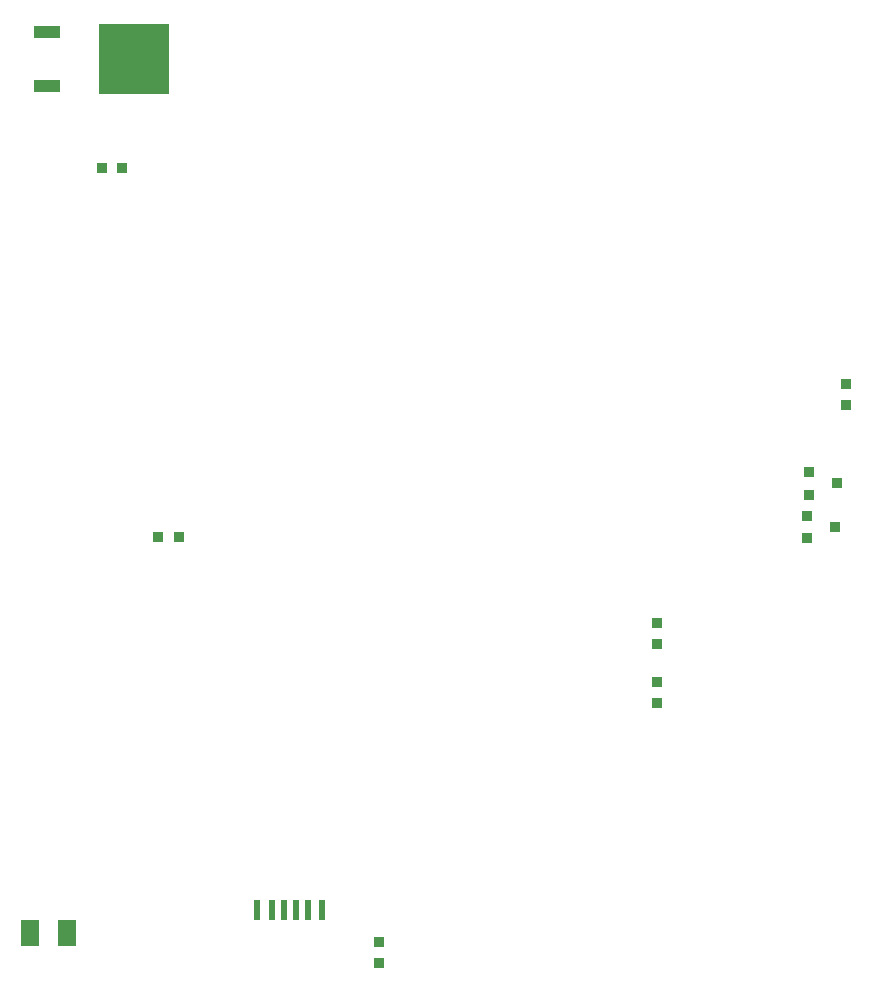
<source format=gtp>
G04*
G04 #@! TF.GenerationSoftware,Altium Limited,Altium Designer,21.2.1 (34)*
G04*
G04 Layer_Color=8421504*
%FSLAX25Y25*%
%MOIN*%
G70*
G04*
G04 #@! TF.SameCoordinates,22B55974-3201-4BD1-88E3-0356CD7B76C8*
G04*
G04*
G04 #@! TF.FilePolarity,Positive*
G04*
G01*
G75*
%ADD23R,0.03800X0.03500*%
%ADD24R,0.03500X0.03800*%
%ADD25R,0.02362X0.07087*%
%ADD26R,0.01968X0.07087*%
%ADD27R,0.06299X0.09055*%
%ADD28R,0.03740X0.03740*%
%ADD29R,0.09055X0.03937*%
%ADD30R,0.23622X0.23622*%
D23*
X105000Y144500D02*
D03*
X98100D02*
D03*
X86130Y267232D02*
D03*
X79230D02*
D03*
D24*
X264280Y89083D02*
D03*
Y95983D02*
D03*
Y115668D02*
D03*
Y108768D02*
D03*
X171760Y2468D02*
D03*
Y9369D02*
D03*
X327272Y188492D02*
D03*
Y195392D02*
D03*
D25*
X131169Y19909D02*
D03*
X135972D02*
D03*
X148020D02*
D03*
X152823D02*
D03*
D26*
X140028D02*
D03*
X143965D02*
D03*
D27*
X67626Y12311D02*
D03*
X55421D02*
D03*
D28*
X315000Y166000D02*
D03*
X315000Y158520D02*
D03*
X324252Y162260D02*
D03*
X314500Y151500D02*
D03*
X314500Y144020D02*
D03*
X323752Y147760D02*
D03*
D29*
X61130Y312705D02*
D03*
Y294595D02*
D03*
D30*
X89870Y303650D02*
D03*
M02*

</source>
